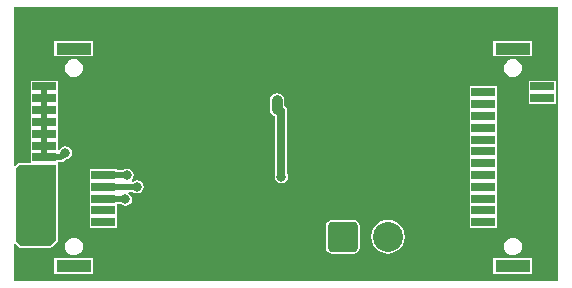
<source format=gbl>
%FSLAX25Y25*%
%MOIN*%
G70*
G01*
G75*
G04 Layer_Physical_Order=2*
G04 Layer_Color=16711680*
%ADD10R,0.09449X0.12205*%
%ADD11R,0.08661X0.01969*%
G04:AMPARAMS|DCode=12|XSize=39.37mil|YSize=35.43mil|CornerRadius=4.43mil|HoleSize=0mil|Usage=FLASHONLY|Rotation=0.000|XOffset=0mil|YOffset=0mil|HoleType=Round|Shape=RoundedRectangle|*
%AMROUNDEDRECTD12*
21,1,0.03937,0.02658,0,0,0.0*
21,1,0.03051,0.03543,0,0,0.0*
1,1,0.00886,0.01526,-0.01329*
1,1,0.00886,-0.01526,-0.01329*
1,1,0.00886,-0.01526,0.01329*
1,1,0.00886,0.01526,0.01329*
%
%ADD12ROUNDEDRECTD12*%
G04:AMPARAMS|DCode=13|XSize=106.3mil|YSize=51.18mil|CornerRadius=6.4mil|HoleSize=0mil|Usage=FLASHONLY|Rotation=90.000|XOffset=0mil|YOffset=0mil|HoleType=Round|Shape=RoundedRectangle|*
%AMROUNDEDRECTD13*
21,1,0.10630,0.03839,0,0,90.0*
21,1,0.09350,0.05118,0,0,90.0*
1,1,0.01280,0.01919,0.04675*
1,1,0.01280,0.01919,-0.04675*
1,1,0.01280,-0.01919,-0.04675*
1,1,0.01280,-0.01919,0.04675*
%
%ADD13ROUNDEDRECTD13*%
G04:AMPARAMS|DCode=14|XSize=90.55mil|YSize=70.87mil|CornerRadius=8.86mil|HoleSize=0mil|Usage=FLASHONLY|Rotation=0.000|XOffset=0mil|YOffset=0mil|HoleType=Round|Shape=RoundedRectangle|*
%AMROUNDEDRECTD14*
21,1,0.09055,0.05315,0,0,0.0*
21,1,0.07284,0.07087,0,0,0.0*
1,1,0.01772,0.03642,-0.02658*
1,1,0.01772,-0.03642,-0.02658*
1,1,0.01772,-0.03642,0.02658*
1,1,0.01772,0.03642,0.02658*
%
%ADD14ROUNDEDRECTD14*%
G04:AMPARAMS|DCode=15|XSize=224.41mil|YSize=78.74mil|CornerRadius=9.84mil|HoleSize=0mil|Usage=FLASHONLY|Rotation=0.000|XOffset=0mil|YOffset=0mil|HoleType=Round|Shape=RoundedRectangle|*
%AMROUNDEDRECTD15*
21,1,0.22441,0.05906,0,0,0.0*
21,1,0.20472,0.07874,0,0,0.0*
1,1,0.01969,0.10236,-0.02953*
1,1,0.01969,-0.10236,-0.02953*
1,1,0.01969,-0.10236,0.02953*
1,1,0.01969,0.10236,0.02953*
%
%ADD15ROUNDEDRECTD15*%
%ADD16C,0.02000*%
%ADD17C,0.03543*%
%ADD18C,0.02756*%
%ADD19C,0.01500*%
%ADD20C,0.01800*%
%ADD21C,0.04000*%
G04:AMPARAMS|DCode=22|XSize=100mil|YSize=100mil|CornerRadius=12.5mil|HoleSize=0mil|Usage=FLASHONLY|Rotation=270.000|XOffset=0mil|YOffset=0mil|HoleType=Round|Shape=RoundedRectangle|*
%AMROUNDEDRECTD22*
21,1,0.10000,0.07500,0,0,270.0*
21,1,0.07500,0.10000,0,0,270.0*
1,1,0.02500,-0.03750,-0.03750*
1,1,0.02500,-0.03750,0.03750*
1,1,0.02500,0.03750,0.03750*
1,1,0.02500,0.03750,-0.03750*
%
%ADD22ROUNDEDRECTD22*%
%ADD23C,0.10000*%
%ADD24C,0.03150*%
%ADD25C,0.02362*%
%ADD26R,0.11811X0.03937*%
%ADD27R,0.07874X0.02756*%
G36*
X673270Y106730D02*
X491730D01*
Y119144D01*
X492230Y119351D01*
X493541Y118041D01*
X494000Y117850D01*
X494000D01*
X504000Y117851D01*
X504459Y118041D01*
X506459Y120041D01*
X506649Y120500D01*
Y145500D01*
X506505Y145847D01*
Y146022D01*
Y146369D01*
X507500D01*
X508124Y146493D01*
X508653Y146846D01*
X509112Y147305D01*
X509849Y147451D01*
X510568Y147932D01*
X511049Y148651D01*
X511217Y149500D01*
X511049Y150349D01*
X510568Y151068D01*
X509849Y151549D01*
X509000Y151717D01*
X508151Y151549D01*
X507432Y151068D01*
X507006Y150430D01*
X506642Y150462D01*
X506505Y150513D01*
Y153896D01*
Y157833D01*
Y161770D01*
Y165707D01*
Y169644D01*
Y173600D01*
X497432D01*
Y169644D01*
Y165707D01*
Y161770D01*
Y157833D01*
Y153896D01*
Y149959D01*
Y146149D01*
X493500D01*
X493041Y145959D01*
X492230Y145149D01*
X491730Y145356D01*
Y198270D01*
X673270D01*
Y106730D01*
D02*
G37*
G36*
X506000Y120500D02*
X504000Y118500D01*
X494000Y118500D01*
X492500Y120000D01*
X492500Y144500D01*
X493500Y145500D01*
X506000D01*
Y120500D01*
D02*
G37*
%LPC*%
G36*
X616500Y127148D02*
X615038Y126956D01*
X613676Y126392D01*
X612506Y125494D01*
X611608Y124324D01*
X611044Y122962D01*
X610852Y121500D01*
X611044Y120038D01*
X611608Y118676D01*
X612506Y117506D01*
X613676Y116608D01*
X615038Y116044D01*
X616500Y115852D01*
X617962Y116044D01*
X619324Y116608D01*
X620494Y117506D01*
X621392Y118676D01*
X621956Y120038D01*
X622148Y121500D01*
X621956Y122962D01*
X621392Y124324D01*
X620494Y125494D01*
X619324Y126392D01*
X617962Y126956D01*
X616500Y127148D01*
D02*
G37*
G36*
X605250Y127136D02*
X597750D01*
X597028Y126993D01*
X596416Y126584D01*
X596007Y125972D01*
X595864Y125250D01*
Y117750D01*
X596007Y117028D01*
X596416Y116416D01*
X597028Y116007D01*
X597750Y115864D01*
X605250D01*
X605972Y116007D01*
X606584Y116416D01*
X606993Y117028D01*
X607136Y117750D01*
Y125250D01*
X606993Y125972D01*
X606584Y126584D01*
X605972Y126993D01*
X605250Y127136D01*
D02*
G37*
G36*
X664675Y114348D02*
X651664D01*
Y109211D01*
X664675D01*
Y114348D01*
D02*
G37*
G36*
X518317D02*
X505305D01*
Y109211D01*
X518317D01*
Y114348D01*
D02*
G37*
G36*
X658169Y121263D02*
X657396Y121161D01*
X656675Y120863D01*
X656057Y120388D01*
X655582Y119770D01*
X655283Y119049D01*
X655182Y118276D01*
X655283Y117502D01*
X655582Y116782D01*
X656057Y116163D01*
X656675Y115688D01*
X657396Y115390D01*
X658169Y115288D01*
X658943Y115390D01*
X659663Y115688D01*
X660282Y116163D01*
X660757Y116782D01*
X661055Y117502D01*
X661157Y118276D01*
X661055Y119049D01*
X660757Y119770D01*
X660282Y120388D01*
X659663Y120863D01*
X658943Y121161D01*
X658169Y121263D01*
D02*
G37*
G36*
X511811D02*
X511038Y121161D01*
X510317Y120863D01*
X509698Y120388D01*
X509224Y119770D01*
X508925Y119049D01*
X508823Y118276D01*
X508925Y117502D01*
X509224Y116782D01*
X509698Y116163D01*
X510317Y115688D01*
X511038Y115390D01*
X511811Y115288D01*
X512584Y115390D01*
X513305Y115688D01*
X513924Y116163D01*
X514398Y116782D01*
X514697Y117502D01*
X514799Y118276D01*
X514697Y119049D01*
X514398Y119770D01*
X513924Y120388D01*
X513305Y120863D01*
X512584Y121161D01*
X511811Y121263D01*
D02*
G37*
G36*
X658169Y180712D02*
X657396Y180610D01*
X656675Y180312D01*
X656057Y179837D01*
X655582Y179218D01*
X655283Y178498D01*
X655182Y177724D01*
X655283Y176951D01*
X655582Y176231D01*
X656057Y175612D01*
X656675Y175137D01*
X657396Y174838D01*
X658169Y174737D01*
X658943Y174838D01*
X659663Y175137D01*
X660282Y175612D01*
X660757Y176231D01*
X661055Y176951D01*
X661157Y177724D01*
X661055Y178498D01*
X660757Y179218D01*
X660282Y179837D01*
X659663Y180312D01*
X658943Y180610D01*
X658169Y180712D01*
D02*
G37*
G36*
X511811D02*
X511038Y180610D01*
X510317Y180312D01*
X509698Y179837D01*
X509224Y179218D01*
X508925Y178498D01*
X508823Y177724D01*
X508925Y176951D01*
X509224Y176231D01*
X509698Y175612D01*
X510317Y175137D01*
X511038Y174838D01*
X511811Y174737D01*
X512584Y174838D01*
X513305Y175137D01*
X513924Y175612D01*
X514398Y176231D01*
X514697Y176951D01*
X514799Y177724D01*
X514697Y178498D01*
X514398Y179218D01*
X513924Y179837D01*
X513305Y180312D01*
X512584Y180610D01*
X511811Y180712D01*
D02*
G37*
G36*
X664675Y186789D02*
X651664D01*
Y181652D01*
X664675D01*
Y186789D01*
D02*
G37*
G36*
X518317D02*
X505305D01*
Y181652D01*
X518317D01*
Y186789D01*
D02*
G37*
G36*
X579500Y169418D02*
X578575Y169234D01*
X577790Y168710D01*
X577266Y167925D01*
X577082Y167000D01*
Y164000D01*
X577266Y163075D01*
X577790Y162290D01*
X578575Y161766D01*
X578983Y161685D01*
Y142396D01*
X578951Y142349D01*
X578783Y141500D01*
X578951Y140651D01*
X579432Y139932D01*
X580151Y139451D01*
X581000Y139283D01*
X581849Y139451D01*
X582568Y139932D01*
X583049Y140651D01*
X583217Y141500D01*
X583049Y142349D01*
X583017Y142396D01*
Y163500D01*
X582863Y164272D01*
X582426Y164926D01*
X581918Y165265D01*
Y167000D01*
X581734Y167925D01*
X581210Y168710D01*
X580425Y169234D01*
X579500Y169418D01*
D02*
G37*
G36*
X652864Y171632D02*
X643790D01*
Y167676D01*
Y163739D01*
Y159802D01*
Y155865D01*
Y151927D01*
Y147991D01*
Y144053D01*
Y140117D01*
Y136179D01*
Y132243D01*
Y128305D01*
Y124369D01*
X652864D01*
Y128305D01*
Y132243D01*
Y136179D01*
Y140117D01*
Y144053D01*
Y147991D01*
Y151927D01*
Y155865D01*
Y159802D01*
Y163739D01*
Y167676D01*
Y171632D01*
D02*
G37*
G36*
X672549Y173600D02*
X663475D01*
Y169644D01*
Y165707D01*
X672549D01*
Y169644D01*
Y173600D01*
D02*
G37*
G36*
X529500Y144217D02*
X528651Y144049D01*
X528027Y143631D01*
X526191D01*
Y144072D01*
X517116D01*
Y140117D01*
Y136179D01*
Y132243D01*
Y128305D01*
Y124369D01*
X526191D01*
Y128305D01*
Y132243D01*
Y132369D01*
X527527D01*
X528151Y131951D01*
X529000Y131783D01*
X529849Y131951D01*
X530568Y132432D01*
X531049Y133151D01*
X531217Y134000D01*
X531049Y134849D01*
X530568Y135568D01*
X529882Y136026D01*
X529877Y136063D01*
X530173Y136526D01*
X531369D01*
X531994Y136109D01*
X532842Y135940D01*
X533691Y136109D01*
X534410Y136590D01*
X534891Y137309D01*
X535060Y138157D01*
X534891Y139006D01*
X534410Y139725D01*
X533691Y140206D01*
X532842Y140375D01*
X531994Y140206D01*
X531476Y139860D01*
X531208Y139924D01*
X531074Y140408D01*
X531090Y140465D01*
X531549Y141151D01*
X531717Y142000D01*
X531549Y142849D01*
X531068Y143568D01*
X530349Y144049D01*
X529500Y144217D01*
D02*
G37*
%LPD*%
D16*
X501968Y148000D02*
Y171622D01*
Y148000D02*
X507500D01*
X509000Y149500D01*
X521654Y146031D02*
X535532D01*
X536000Y146500D01*
X521654Y142095D02*
X521748Y142000D01*
X529500D01*
X521654Y138157D02*
X532842D01*
X521874Y134000D02*
X529000D01*
X521654Y134221D02*
X521874Y134000D01*
D17*
X579500Y164000D02*
Y167000D01*
D18*
X581000Y141500D02*
Y163500D01*
D22*
X601500Y121500D02*
D03*
D23*
X616500D02*
D03*
D24*
X535870Y111500D02*
D03*
X527996D02*
D03*
X520122D02*
D03*
X503500D02*
D03*
X496500D02*
D03*
X579500Y167000D02*
D03*
X581000Y141500D02*
D03*
X509000Y149500D02*
D03*
X536000Y146500D02*
D03*
X529500Y142000D02*
D03*
X532842Y138157D02*
D03*
X529000Y134000D02*
D03*
X495500Y120500D02*
D03*
Y125000D02*
D03*
Y130000D02*
D03*
Y134500D02*
D03*
Y139000D02*
D03*
Y143500D02*
D03*
D25*
X557760Y144118D02*
D03*
Y139000D02*
D03*
Y133882D02*
D03*
X562878D02*
D03*
Y139000D02*
D03*
Y144118D02*
D03*
D26*
X658169Y184221D02*
D03*
Y111779D02*
D03*
X511811D02*
D03*
Y184221D02*
D03*
D27*
X648327Y169653D02*
D03*
Y165717D02*
D03*
Y161779D02*
D03*
Y157843D02*
D03*
Y153905D02*
D03*
Y149969D02*
D03*
Y146031D02*
D03*
Y142095D02*
D03*
Y138157D02*
D03*
Y134221D02*
D03*
Y130283D02*
D03*
Y126347D02*
D03*
X668012Y124378D02*
D03*
Y128315D02*
D03*
Y132252D02*
D03*
Y136189D02*
D03*
Y140126D02*
D03*
Y144063D02*
D03*
Y148000D02*
D03*
Y151937D02*
D03*
Y155874D02*
D03*
Y159811D02*
D03*
Y163748D02*
D03*
Y167685D02*
D03*
Y171622D02*
D03*
X521654Y126347D02*
D03*
Y130283D02*
D03*
Y134221D02*
D03*
Y138157D02*
D03*
Y142095D02*
D03*
Y146031D02*
D03*
Y149969D02*
D03*
Y153905D02*
D03*
Y157843D02*
D03*
Y161779D02*
D03*
Y165717D02*
D03*
Y169653D02*
D03*
X501968Y171622D02*
D03*
Y167685D02*
D03*
Y163748D02*
D03*
Y159811D02*
D03*
Y155874D02*
D03*
Y151937D02*
D03*
Y148000D02*
D03*
Y144063D02*
D03*
Y140126D02*
D03*
Y136189D02*
D03*
Y132252D02*
D03*
Y128315D02*
D03*
Y124378D02*
D03*
M02*

</source>
